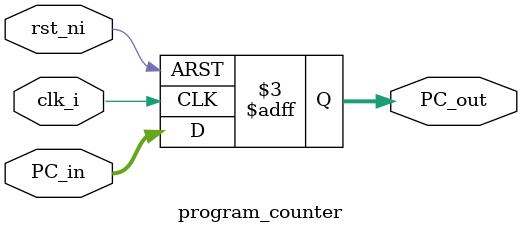
<source format=sv>
module program_counter#(parameter Width = 32)(
	input logic clk_i, rst_ni,
	input logic [Width - 1:0] PC_in,
	output logic [Width - 1:0] PC_out
);
always_ff@(posedge clk_i, negedge rst_ni) begin: program_counter
	if(~rst_ni) begin 
		PC_out <= 32'd0;
		end
	else begin 
		PC_out <= PC_in;
		end
end
endmodule
	

</source>
